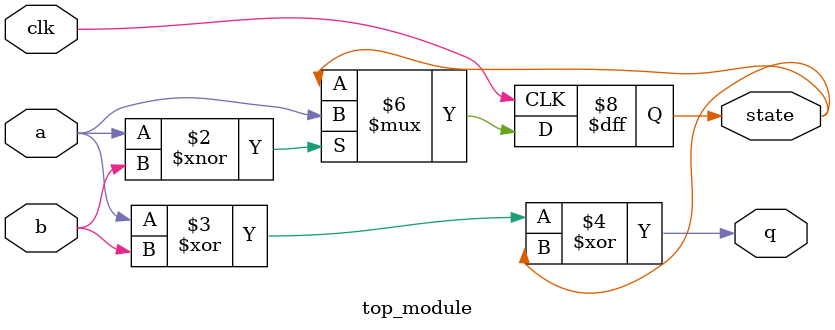
<source format=sv>
module top_module (
    input logic clk,
    input logic a,
    input logic b,
    output logic q,
    output logic state  );
        
always_ff @(posedge clk)begin
    if(a ~^ b)begin
        state <= a;
    end
    else begin
        state <= state ;
    end
end
    
assign q = a^b^state ;
    
endmodule
</source>
